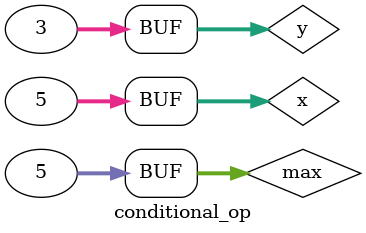
<source format=sv>

module arithmetic_ops;
  int a = 3 + 4;
  int b = 5 - 2;
  int c = 3 * 4;
  int d = 8 / 2;
  int e = 7 % 3;
  int f = 2 ** 3;
endmodule

// Bitwise operators
module bitwise_ops;
  int x = 10;
  int y = 12;
  int a = x & y;
  int b = x | y;
  int c = x ^ y;
  int d = ~x;
  int e = x ~^ y;
endmodule

// Logical operators
module logical_ops;
  int x = 5;
  int y = 0;
  logic a = (x && y);
  logic b = (x || y);
  logic c = !x;
endmodule

// Comparison operators
module comparison_ops;
  int x = 5;
  int y = 3;
  logic a = (x == y);
  logic b = (x != y);
  logic c = (x < y);
  logic d = (x <= y);
  logic e = (x > y);
  logic f = (x >= y);
  logic g = (x === y);
  logic h = (x !== y);
endmodule

// Shift operators
module shift_ops;
  int a = 8 >> 1;
  int b = 8 << 2;
  int c = -8 >>> 1;
  int d = 8 <<< 1;
endmodule

// Reduction operators
module reduction_ops;
  logic a = &4'b1111;
  logic b = |4'b0001;
  logic c = ^4'b1010;
  logic d = ~&4'b1110;
  logic e = ~|4'b0000;
  logic f = ~^4'b1010;
endmodule

// Conditional operator
module conditional_op;
  int x = 5;
  int y = 3;
  int max = (x > y) ? x : y;
endmodule

</source>
